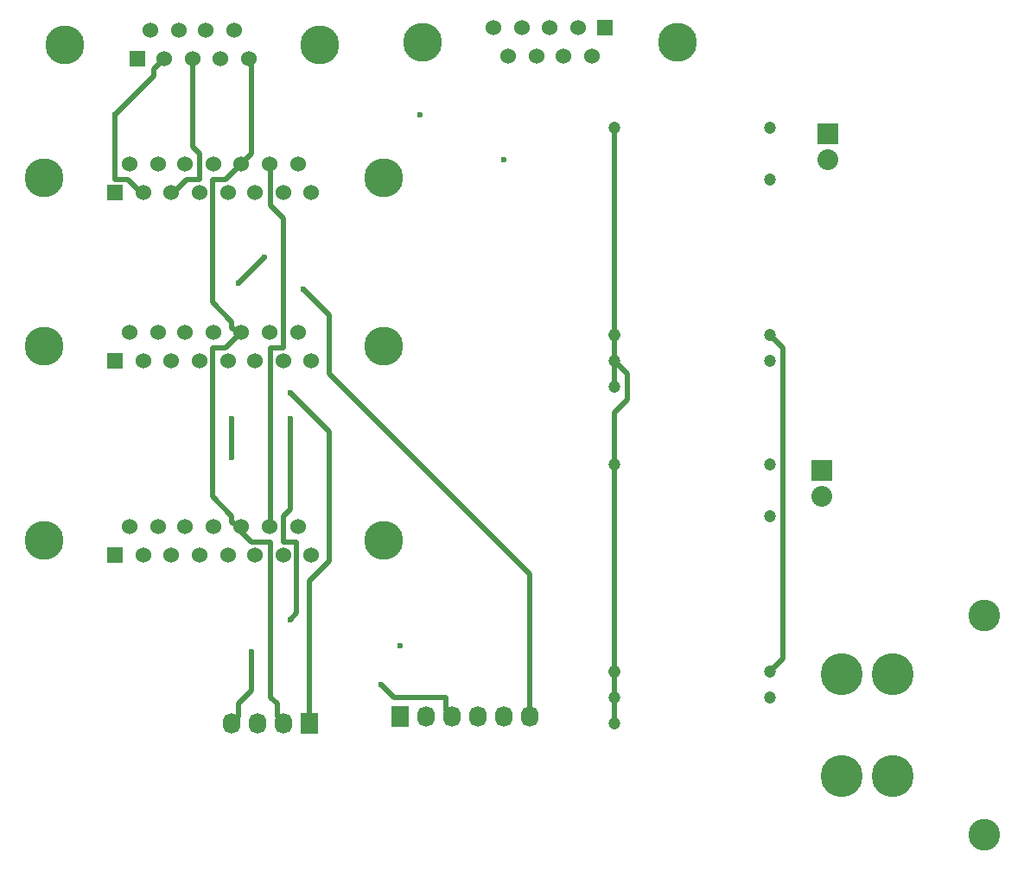
<source format=gbr>
G04 #@! TF.FileFunction,Copper,L1,Top,Signal*
%FSLAX46Y46*%
G04 Gerber Fmt 4.6, Leading zero omitted, Abs format (unit mm)*
G04 Created by KiCad (PCBNEW 4.0.2-4+6225~38~ubuntu14.04.1-stable) date Mon 22 Feb 2016 06:37:57 PM CST*
%MOMM*%
G01*
G04 APERTURE LIST*
%ADD10C,0.100000*%
%ADD11C,3.810000*%
%ADD12R,1.524000X1.524000*%
%ADD13C,1.524000*%
%ADD14C,4.114800*%
%ADD15C,3.098800*%
%ADD16R,1.727200X2.032000*%
%ADD17O,1.727200X2.032000*%
%ADD18R,2.032000X2.032000*%
%ADD19O,2.032000X2.032000*%
%ADD20C,1.200000*%
%ADD21C,1.240000*%
%ADD22C,0.600000*%
%ADD23C,0.478600*%
G04 APERTURE END LIST*
D10*
D11*
X93599000Y-67183000D03*
X60325000Y-67183000D03*
D12*
X67310000Y-68580000D03*
D13*
X70104000Y-68580000D03*
X72771000Y-68580000D03*
X75565000Y-68580000D03*
X78359000Y-68580000D03*
X81026000Y-68580000D03*
X83820000Y-68580000D03*
X86487000Y-68580000D03*
X68707000Y-65786000D03*
X71501000Y-65786000D03*
X74168000Y-65786000D03*
X76962000Y-65786000D03*
X79629000Y-65786000D03*
X82423000Y-65786000D03*
X85217000Y-65786000D03*
D11*
X93599000Y-50673000D03*
X60325000Y-50673000D03*
D12*
X67310000Y-52070000D03*
D13*
X70104000Y-52070000D03*
X72771000Y-52070000D03*
X75565000Y-52070000D03*
X78359000Y-52070000D03*
X81026000Y-52070000D03*
X83820000Y-52070000D03*
X86487000Y-52070000D03*
X68707000Y-49276000D03*
X71501000Y-49276000D03*
X74168000Y-49276000D03*
X76962000Y-49276000D03*
X79629000Y-49276000D03*
X82423000Y-49276000D03*
X85217000Y-49276000D03*
D11*
X93599000Y-86233000D03*
X60325000Y-86233000D03*
D12*
X67310000Y-87630000D03*
D13*
X70104000Y-87630000D03*
X72771000Y-87630000D03*
X75565000Y-87630000D03*
X78359000Y-87630000D03*
X81026000Y-87630000D03*
X83820000Y-87630000D03*
X86487000Y-87630000D03*
X68707000Y-84836000D03*
X71501000Y-84836000D03*
X74168000Y-84836000D03*
X76962000Y-84836000D03*
X79629000Y-84836000D03*
X82423000Y-84836000D03*
X85217000Y-84836000D03*
D11*
X87376000Y-37592000D03*
X62357000Y-37592000D03*
D12*
X69469000Y-38989000D03*
D13*
X72136000Y-38989000D03*
X74930000Y-38989000D03*
X77597000Y-38989000D03*
X80391000Y-38989000D03*
X70739000Y-36195000D03*
X73533000Y-36195000D03*
X76200000Y-36195000D03*
X78994000Y-36195000D03*
D14*
X138480800Y-99288600D03*
X143484600Y-99288600D03*
X138480800Y-109296200D03*
X143484600Y-109296200D03*
D15*
X152476200Y-93548200D03*
X152476200Y-115036600D03*
D11*
X97409000Y-37338000D03*
X122428000Y-37338000D03*
D12*
X115316000Y-35941000D03*
D13*
X112649000Y-35941000D03*
X109855000Y-35941000D03*
X107188000Y-35941000D03*
X104394000Y-35941000D03*
X114046000Y-38735000D03*
X111252000Y-38735000D03*
X108585000Y-38735000D03*
X105791000Y-38735000D03*
D16*
X86360000Y-104140000D03*
D17*
X83820000Y-104140000D03*
X81280000Y-104140000D03*
X78740000Y-104140000D03*
D18*
X136525000Y-79375000D03*
D19*
X136525000Y-81915000D03*
D18*
X137160000Y-46355000D03*
D19*
X137160000Y-48895000D03*
D16*
X95250000Y-103505000D03*
D17*
X97790000Y-103505000D03*
X100330000Y-103505000D03*
X102870000Y-103505000D03*
X105410000Y-103505000D03*
X107950000Y-103505000D03*
D20*
X116205000Y-104140000D03*
X116205000Y-101600000D03*
D21*
X116205000Y-99060000D03*
D20*
X116205000Y-78740000D03*
X131445000Y-101600000D03*
X131445000Y-99060000D03*
X131445000Y-78740000D03*
X131445000Y-83820000D03*
X116205000Y-71120000D03*
X116205000Y-68580000D03*
D21*
X116205000Y-66040000D03*
D20*
X116205000Y-45720000D03*
X131445000Y-68580000D03*
X131445000Y-66040000D03*
X131445000Y-45720000D03*
X131445000Y-50800000D03*
D22*
X97155000Y-44450000D03*
X81915000Y-58420000D03*
X79375000Y-60960000D03*
X78740000Y-78105000D03*
X78740000Y-74295000D03*
X84455000Y-74295000D03*
X84455000Y-93980000D03*
X80645000Y-97155000D03*
X84455000Y-71755000D03*
X74930000Y-44450000D03*
X85725000Y-61595000D03*
X82550000Y-78740000D03*
X93345000Y-100330000D03*
X95250000Y-96520000D03*
X116205000Y-88265000D03*
X105410000Y-48895000D03*
X80645000Y-45085000D03*
X67310000Y-44450000D03*
D23*
X81915000Y-58420000D02*
X79375000Y-60960000D01*
X78740000Y-78105000D02*
X78740000Y-74295000D01*
X84455000Y-74295000D02*
X84455000Y-83185000D01*
X84455000Y-83185000D02*
X83820000Y-83820000D01*
X83820000Y-83820000D02*
X83820000Y-86360000D01*
X83820000Y-86360000D02*
X85090000Y-86360000D01*
X85090000Y-86360000D02*
X85090000Y-93345000D01*
X85090000Y-93345000D02*
X84455000Y-93980000D01*
X80645000Y-97155000D02*
X80645000Y-100965000D01*
X80645000Y-100965000D02*
X79375000Y-102235000D01*
X79375000Y-102235000D02*
X79375000Y-103505000D01*
X79375000Y-103505000D02*
X78740000Y-104140000D01*
X84455000Y-71755000D02*
X88265000Y-75565000D01*
X88265000Y-75565000D02*
X88265000Y-88265000D01*
X88265000Y-88265000D02*
X86360000Y-90170000D01*
X86360000Y-90170000D02*
X86360000Y-104140000D01*
X72771000Y-52070000D02*
X73025000Y-52070000D01*
X73025000Y-52070000D02*
X74295000Y-50800000D01*
X74295000Y-50800000D02*
X75565000Y-50800000D01*
X75565000Y-50800000D02*
X75565000Y-48260000D01*
X75565000Y-48260000D02*
X74930000Y-47625000D01*
X74930000Y-47625000D02*
X74930000Y-44450000D01*
X74930000Y-44450000D02*
X74930000Y-38989000D01*
X85725000Y-61595000D02*
X88265000Y-64135000D01*
X88265000Y-64135000D02*
X88265000Y-69850000D01*
X88265000Y-69850000D02*
X107950000Y-89535000D01*
X107950000Y-89535000D02*
X107950000Y-103505000D01*
X82423000Y-49276000D02*
X82550000Y-49530000D01*
X82550000Y-49530000D02*
X82550000Y-53340000D01*
X82550000Y-53340000D02*
X83820000Y-54610000D01*
X83820000Y-54610000D02*
X83820000Y-67310000D01*
X83820000Y-67310000D02*
X82550000Y-67310000D01*
X82550000Y-67310000D02*
X82550000Y-78740000D01*
X82550000Y-78740000D02*
X82550000Y-85090000D01*
X82550000Y-85090000D02*
X82423000Y-84836000D01*
X100330000Y-103505000D02*
X99695000Y-102870000D01*
X99695000Y-102870000D02*
X99695000Y-101600000D01*
X99695000Y-101600000D02*
X94615000Y-101600000D01*
X94615000Y-101600000D02*
X93345000Y-100330000D01*
X131445000Y-99060000D02*
X132715000Y-97790000D01*
X132715000Y-97790000D02*
X132715000Y-67310000D01*
X132715000Y-67310000D02*
X131445000Y-66040000D01*
X116205000Y-101600000D02*
X116205000Y-104140000D01*
X116205000Y-71120000D02*
X116205000Y-68580000D01*
X116205000Y-78740000D02*
X116205000Y-88265000D01*
X116205000Y-88265000D02*
X116205000Y-99060000D01*
X116205000Y-66040000D02*
X116205000Y-45720000D01*
X116205000Y-68580000D02*
X117475000Y-69850000D01*
X117475000Y-69850000D02*
X117475000Y-72390000D01*
X117475000Y-72390000D02*
X116205000Y-73660000D01*
X116205000Y-73660000D02*
X116205000Y-78740000D01*
X116205000Y-68580000D02*
X116205000Y-66040000D01*
X116205000Y-99060000D02*
X116205000Y-101600000D01*
X83820000Y-104140000D02*
X83185000Y-103505000D01*
X83185000Y-103505000D02*
X83185000Y-102235000D01*
X83185000Y-102235000D02*
X82550000Y-101600000D01*
X82550000Y-101600000D02*
X82550000Y-86360000D01*
X82550000Y-86360000D02*
X80645000Y-86360000D01*
X80645000Y-86360000D02*
X79375000Y-85090000D01*
X79375000Y-85090000D02*
X79629000Y-84836000D01*
X79629000Y-84836000D02*
X78740000Y-84455000D01*
X78740000Y-84455000D02*
X78740000Y-83820000D01*
X78740000Y-83820000D02*
X76835000Y-81915000D01*
X76835000Y-81915000D02*
X76835000Y-67310000D01*
X76835000Y-67310000D02*
X78105000Y-67310000D01*
X78105000Y-67310000D02*
X79629000Y-65786000D01*
X79629000Y-65786000D02*
X78740000Y-65405000D01*
X78740000Y-65405000D02*
X78740000Y-64770000D01*
X78740000Y-64770000D02*
X76835000Y-62865000D01*
X76835000Y-62865000D02*
X76835000Y-50800000D01*
X76835000Y-50800000D02*
X78105000Y-50800000D01*
X78105000Y-50800000D02*
X79629000Y-49276000D01*
X79629000Y-49276000D02*
X80645000Y-48260000D01*
X80645000Y-48260000D02*
X80645000Y-45085000D01*
X80645000Y-45085000D02*
X80645000Y-44450000D01*
X80645000Y-44450000D02*
X80645000Y-38735000D01*
X80645000Y-38735000D02*
X80391000Y-38989000D01*
X72136000Y-38989000D02*
X71120000Y-40005000D01*
X71120000Y-40005000D02*
X71120000Y-40640000D01*
X71120000Y-40640000D02*
X67310000Y-44450000D01*
X67310000Y-44450000D02*
X67310000Y-50800000D01*
X67310000Y-50800000D02*
X68580000Y-50800000D01*
X68580000Y-50800000D02*
X69850000Y-52070000D01*
X69850000Y-52070000D02*
X70104000Y-52070000D01*
X71501000Y-65786000D02*
X71755000Y-66040000D01*
X71755000Y-66040000D02*
X71120000Y-66040000D01*
X74295000Y-66040000D02*
X74168000Y-65786000D01*
M02*

</source>
